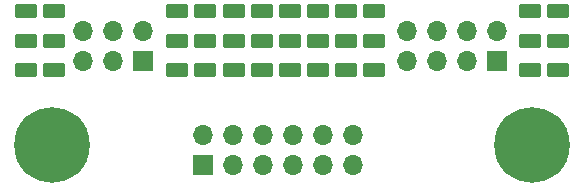
<source format=gbr>
%TF.GenerationSoftware,KiCad,Pcbnew,8.0.1*%
%TF.CreationDate,2024-06-06T08:45:56+08:00*%
%TF.ProjectId,CrazyDonkeyTarmoBoard,4372617a-7944-46f6-9e6b-65795461726d,rev?*%
%TF.SameCoordinates,Original*%
%TF.FileFunction,Soldermask,Top*%
%TF.FilePolarity,Negative*%
%FSLAX46Y46*%
G04 Gerber Fmt 4.6, Leading zero omitted, Abs format (unit mm)*
G04 Created by KiCad (PCBNEW 8.0.1) date 2024-06-06 08:45:56*
%MOMM*%
%LPD*%
G01*
G04 APERTURE LIST*
G04 Aperture macros list*
%AMRoundRect*
0 Rectangle with rounded corners*
0 $1 Rounding radius*
0 $2 $3 $4 $5 $6 $7 $8 $9 X,Y pos of 4 corners*
0 Add a 4 corners polygon primitive as box body*
4,1,4,$2,$3,$4,$5,$6,$7,$8,$9,$2,$3,0*
0 Add four circle primitives for the rounded corners*
1,1,$1+$1,$2,$3*
1,1,$1+$1,$4,$5*
1,1,$1+$1,$6,$7*
1,1,$1+$1,$8,$9*
0 Add four rect primitives between the rounded corners*
20,1,$1+$1,$2,$3,$4,$5,0*
20,1,$1+$1,$4,$5,$6,$7,0*
20,1,$1+$1,$6,$7,$8,$9,0*
20,1,$1+$1,$8,$9,$2,$3,0*%
G04 Aperture macros list end*
%ADD10RoundRect,0.102000X-0.800000X-0.500000X0.800000X-0.500000X0.800000X0.500000X-0.800000X0.500000X0*%
%ADD11C,0.800000*%
%ADD12C,6.400000*%
%ADD13R,1.700000X1.700000*%
%ADD14O,1.700000X1.700000*%
G04 APERTURE END LIST*
D10*
%TO.C,S6*%
X101300000Y-79500000D03*
X101300000Y-82000000D03*
X101300000Y-84500000D03*
X103700000Y-79500000D03*
X103700000Y-82000000D03*
X103700000Y-84500000D03*
%TD*%
D11*
%TO.C,H1*%
X99100000Y-90802944D03*
X99802944Y-89105888D03*
X99802944Y-92500000D03*
X101500000Y-88402944D03*
D12*
X101500000Y-90802944D03*
D11*
X101500000Y-93202944D03*
X103197056Y-89105888D03*
X103197056Y-92500000D03*
X103900000Y-90802944D03*
%TD*%
%TO.C,H2*%
X58402944Y-90802944D03*
X59105888Y-89105888D03*
X59105888Y-92500000D03*
X60802944Y-88402944D03*
D12*
X60802944Y-90802944D03*
D11*
X60802944Y-93202944D03*
X62500000Y-89105888D03*
X62500000Y-92500000D03*
X63202944Y-90802944D03*
%TD*%
D10*
%TO.C,S3*%
X85700000Y-79500000D03*
X85700000Y-82000000D03*
X85700000Y-84500000D03*
X88100000Y-79500000D03*
X88100000Y-82000000D03*
X88100000Y-84500000D03*
%TD*%
%TO.C,S2*%
X76200000Y-79500000D03*
X76200000Y-82000000D03*
X76200000Y-84500000D03*
X78600000Y-79500000D03*
X78600000Y-82000000D03*
X78600000Y-84500000D03*
%TD*%
%TO.C,S5*%
X58600000Y-79500000D03*
X58600000Y-82000000D03*
X58600000Y-84500000D03*
X61000000Y-79500000D03*
X61000000Y-82000000D03*
X61000000Y-84500000D03*
%TD*%
D13*
%TO.C,J3*%
X73630000Y-92500000D03*
D14*
X73630000Y-89960000D03*
X76170000Y-92500000D03*
X76170000Y-89960000D03*
X78710000Y-92500000D03*
X78710000Y-89960000D03*
X81250000Y-92500000D03*
X81250000Y-89960000D03*
X83790000Y-92500000D03*
X83790000Y-89960000D03*
X86330000Y-92500000D03*
X86330000Y-89960000D03*
%TD*%
D10*
%TO.C,S1*%
X71400000Y-79500000D03*
X71400000Y-82000000D03*
X71400000Y-84500000D03*
X73800000Y-79500000D03*
X73800000Y-82000000D03*
X73800000Y-84500000D03*
%TD*%
%TO.C,S4*%
X80950000Y-79500000D03*
X80950000Y-82000000D03*
X80950000Y-84500000D03*
X83350000Y-79500000D03*
X83350000Y-82000000D03*
X83350000Y-84500000D03*
%TD*%
D13*
%TO.C,J4*%
X98540000Y-83690000D03*
D14*
X98540000Y-81150000D03*
X96000000Y-83690000D03*
X96000000Y-81150000D03*
X93460000Y-83690000D03*
X93460000Y-81150000D03*
X90920000Y-83690000D03*
X90920000Y-81150000D03*
%TD*%
D13*
%TO.C,J2*%
X68500000Y-83700000D03*
D14*
X68500000Y-81160000D03*
X65960000Y-83700000D03*
X65960000Y-81160000D03*
X63420000Y-83700000D03*
X63420000Y-81160000D03*
%TD*%
M02*

</source>
